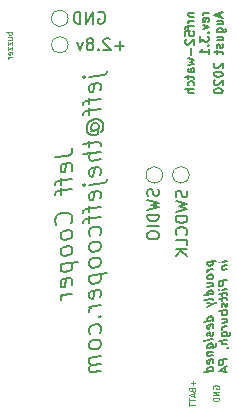
<source format=gbr>
%TF.GenerationSoftware,KiCad,Pcbnew,(5.99.0-2309-gaf729d578)*%
%TF.CreationDate,2020-08-23T06:16:54-04:00*%
%TF.ProjectId,mk2,6d6b322e-6b69-4636-9164-5f7063625858,rev?*%
%TF.SameCoordinates,Original*%
%TF.FileFunction,Legend,Bot*%
%TF.FilePolarity,Positive*%
%FSLAX46Y46*%
G04 Gerber Fmt 4.6, Leading zero omitted, Abs format (unit mm)*
G04 Created by KiCad (PCBNEW (5.99.0-2309-gaf729d578)) date 2020-08-23 06:16:54*
%MOMM*%
%LPD*%
G01*
G04 APERTURE LIST*
%ADD10C,0.125000*%
%ADD11C,0.187500*%
%ADD12C,0.150000*%
%ADD13C,0.200000*%
%ADD14C,0.120000*%
G04 APERTURE END LIST*
D10*
X33250000Y-45119047D02*
X33226190Y-45071428D01*
X33226190Y-45000000D01*
X33250000Y-44928571D01*
X33297619Y-44880952D01*
X33345238Y-44857142D01*
X33440476Y-44833333D01*
X33511904Y-44833333D01*
X33607142Y-44857142D01*
X33654761Y-44880952D01*
X33702380Y-44928571D01*
X33726190Y-45000000D01*
X33726190Y-45047619D01*
X33702380Y-45119047D01*
X33678571Y-45142857D01*
X33511904Y-45142857D01*
X33511904Y-45047619D01*
X33726190Y-45357142D02*
X33226190Y-45357142D01*
X33726190Y-45642857D01*
X33226190Y-45642857D01*
X33726190Y-45880952D02*
X33226190Y-45880952D01*
X33226190Y-46000000D01*
X33250000Y-46071428D01*
X33297619Y-46119047D01*
X33345238Y-46142857D01*
X33440476Y-46166666D01*
X33511904Y-46166666D01*
X33607142Y-46142857D01*
X33654761Y-46119047D01*
X33702380Y-46071428D01*
X33726190Y-46000000D01*
X33726190Y-45880952D01*
X31535714Y-44464285D02*
X31535714Y-44845238D01*
X31726190Y-44654761D02*
X31345238Y-44654761D01*
X31464285Y-45250000D02*
X31488095Y-45321428D01*
X31511904Y-45345238D01*
X31559523Y-45369047D01*
X31630952Y-45369047D01*
X31678571Y-45345238D01*
X31702380Y-45321428D01*
X31726190Y-45273809D01*
X31726190Y-45083333D01*
X31226190Y-45083333D01*
X31226190Y-45250000D01*
X31250000Y-45297619D01*
X31273809Y-45321428D01*
X31321428Y-45345238D01*
X31369047Y-45345238D01*
X31416666Y-45321428D01*
X31440476Y-45297619D01*
X31464285Y-45250000D01*
X31464285Y-45083333D01*
X31583333Y-45559523D02*
X31583333Y-45797619D01*
X31726190Y-45511904D02*
X31226190Y-45678571D01*
X31726190Y-45845238D01*
X31226190Y-45940476D02*
X31226190Y-46226190D01*
X31726190Y-46083333D02*
X31226190Y-46083333D01*
X31226190Y-46321428D02*
X31226190Y-46607142D01*
X31726190Y-46464285D02*
X31226190Y-46464285D01*
X16226190Y-14892857D02*
X15726190Y-14892857D01*
X15916666Y-14892857D02*
X15892857Y-14940476D01*
X15892857Y-15035714D01*
X15916666Y-15083333D01*
X15940476Y-15107142D01*
X15988095Y-15130952D01*
X16130952Y-15130952D01*
X16178571Y-15107142D01*
X16202380Y-15083333D01*
X16226190Y-15035714D01*
X16226190Y-14940476D01*
X16202380Y-14892857D01*
X15892857Y-15559523D02*
X16226190Y-15559523D01*
X15892857Y-15345238D02*
X16154761Y-15345238D01*
X16202380Y-15369047D01*
X16226190Y-15416666D01*
X16226190Y-15488095D01*
X16202380Y-15535714D01*
X16178571Y-15559523D01*
X15892857Y-15750000D02*
X15892857Y-16011904D01*
X16226190Y-15750000D01*
X16226190Y-16011904D01*
X15892857Y-16154761D02*
X15892857Y-16416666D01*
X16226190Y-16154761D01*
X16226190Y-16416666D01*
X16202380Y-16797619D02*
X16226190Y-16750000D01*
X16226190Y-16654761D01*
X16202380Y-16607142D01*
X16154761Y-16583333D01*
X15964285Y-16583333D01*
X15916666Y-16607142D01*
X15892857Y-16654761D01*
X15892857Y-16750000D01*
X15916666Y-16797619D01*
X15964285Y-16821428D01*
X16011904Y-16821428D01*
X16059523Y-16583333D01*
X16226190Y-17035714D02*
X15892857Y-17035714D01*
X15988095Y-17035714D02*
X15940476Y-17059523D01*
X15916666Y-17083333D01*
X15892857Y-17130952D01*
X15892857Y-17178571D01*
D11*
X32735535Y-34367410D02*
X33485535Y-34273660D01*
X32771250Y-34362946D02*
X32735535Y-34438839D01*
X32735535Y-34581696D01*
X32771250Y-34648660D01*
X32806964Y-34679910D01*
X32878392Y-34706696D01*
X33092678Y-34679910D01*
X33164107Y-34635267D01*
X33199821Y-34595089D01*
X33235535Y-34519196D01*
X33235535Y-34376339D01*
X33199821Y-34309375D01*
X33235535Y-34983482D02*
X32735535Y-35045982D01*
X32878392Y-35028125D02*
X32806964Y-35072767D01*
X32771250Y-35112946D01*
X32735535Y-35188839D01*
X32735535Y-35260267D01*
X33235535Y-35554910D02*
X33199821Y-35487946D01*
X33164107Y-35456696D01*
X33092678Y-35429910D01*
X32878392Y-35456696D01*
X32806964Y-35501339D01*
X32771250Y-35541517D01*
X32735535Y-35617410D01*
X32735535Y-35724553D01*
X32771250Y-35791517D01*
X32806964Y-35822767D01*
X32878392Y-35849553D01*
X33092678Y-35822767D01*
X33164107Y-35778125D01*
X33199821Y-35737946D01*
X33235535Y-35662053D01*
X33235535Y-35554910D01*
X32735535Y-36510267D02*
X33235535Y-36447767D01*
X32735535Y-36188839D02*
X33128392Y-36139732D01*
X33199821Y-36166517D01*
X33235535Y-36233482D01*
X33235535Y-36340625D01*
X33199821Y-36416517D01*
X33164107Y-36456696D01*
X33235535Y-37126339D02*
X32485535Y-37220089D01*
X33199821Y-37130803D02*
X33235535Y-37054910D01*
X33235535Y-36912053D01*
X33199821Y-36845089D01*
X33164107Y-36813839D01*
X33092678Y-36787053D01*
X32878392Y-36813839D01*
X32806964Y-36858482D01*
X32771250Y-36898660D01*
X32735535Y-36974553D01*
X32735535Y-37117410D01*
X32771250Y-37184375D01*
X33235535Y-37590625D02*
X33199821Y-37523660D01*
X33128392Y-37496875D01*
X32485535Y-37577232D01*
X32735535Y-37867410D02*
X33235535Y-37983482D01*
X32735535Y-38224553D02*
X33235535Y-37983482D01*
X33414107Y-37889732D01*
X33449821Y-37849553D01*
X33485535Y-37773660D01*
X33235535Y-39340625D02*
X32485535Y-39434375D01*
X33199821Y-39345089D02*
X33235535Y-39269196D01*
X33235535Y-39126339D01*
X33199821Y-39059375D01*
X33164107Y-39028125D01*
X33092678Y-39001339D01*
X32878392Y-39028125D01*
X32806964Y-39072767D01*
X32771250Y-39112946D01*
X32735535Y-39188839D01*
X32735535Y-39331696D01*
X32771250Y-39398660D01*
X33199821Y-39987946D02*
X33235535Y-39912053D01*
X33235535Y-39769196D01*
X33199821Y-39702232D01*
X33128392Y-39675446D01*
X32842678Y-39711160D01*
X32771250Y-39755803D01*
X32735535Y-39831696D01*
X32735535Y-39974553D01*
X32771250Y-40041517D01*
X32842678Y-40068303D01*
X32914107Y-40059375D01*
X32985535Y-39693303D01*
X33199821Y-40309375D02*
X33235535Y-40376339D01*
X33235535Y-40519196D01*
X33199821Y-40595089D01*
X33128392Y-40639732D01*
X33092678Y-40644196D01*
X33021250Y-40617410D01*
X32985535Y-40550446D01*
X32985535Y-40443303D01*
X32949821Y-40376339D01*
X32878392Y-40349553D01*
X32842678Y-40354017D01*
X32771250Y-40398660D01*
X32735535Y-40474553D01*
X32735535Y-40581696D01*
X32771250Y-40648660D01*
X33235535Y-40947767D02*
X32735535Y-41010267D01*
X32485535Y-41041517D02*
X32521250Y-41001339D01*
X32556964Y-41032589D01*
X32521250Y-41072767D01*
X32485535Y-41041517D01*
X32556964Y-41032589D01*
X32735535Y-41688839D02*
X33342678Y-41612946D01*
X33414107Y-41568303D01*
X33449821Y-41528125D01*
X33485535Y-41452232D01*
X33485535Y-41345089D01*
X33449821Y-41278125D01*
X33199821Y-41630803D02*
X33235535Y-41554910D01*
X33235535Y-41412053D01*
X33199821Y-41345089D01*
X33164107Y-41313839D01*
X33092678Y-41287053D01*
X32878392Y-41313839D01*
X32806964Y-41358482D01*
X32771250Y-41398660D01*
X32735535Y-41474553D01*
X32735535Y-41617410D01*
X32771250Y-41684375D01*
X32735535Y-42045982D02*
X33235535Y-41983482D01*
X32806964Y-42037053D02*
X32771250Y-42077232D01*
X32735535Y-42153125D01*
X32735535Y-42260267D01*
X32771250Y-42327232D01*
X32842678Y-42354017D01*
X33235535Y-42304910D01*
X33199821Y-42952232D02*
X33235535Y-42876339D01*
X33235535Y-42733482D01*
X33199821Y-42666517D01*
X33128392Y-42639732D01*
X32842678Y-42675446D01*
X32771250Y-42720089D01*
X32735535Y-42795982D01*
X32735535Y-42938839D01*
X32771250Y-43005803D01*
X32842678Y-43032589D01*
X32914107Y-43023660D01*
X32985535Y-42657589D01*
X33235535Y-43626339D02*
X32485535Y-43720089D01*
X33199821Y-43630803D02*
X33235535Y-43554910D01*
X33235535Y-43412053D01*
X33199821Y-43345089D01*
X33164107Y-43313839D01*
X33092678Y-43287053D01*
X32878392Y-43313839D01*
X32806964Y-43358482D01*
X32771250Y-43398660D01*
X32735535Y-43474553D01*
X32735535Y-43617410D01*
X32771250Y-43684375D01*
X34443035Y-34304910D02*
X33943035Y-34367410D01*
X33693035Y-34398660D02*
X33728750Y-34358482D01*
X33764464Y-34389732D01*
X33728750Y-34429910D01*
X33693035Y-34398660D01*
X33764464Y-34389732D01*
X33943035Y-34724553D02*
X34443035Y-34662053D01*
X34014464Y-34715625D02*
X33978750Y-34755803D01*
X33943035Y-34831696D01*
X33943035Y-34938839D01*
X33978750Y-35005803D01*
X34050178Y-35032589D01*
X34443035Y-34983482D01*
X34443035Y-35912053D02*
X33693035Y-36005803D01*
X33693035Y-36291517D01*
X33728750Y-36358482D01*
X33764464Y-36389732D01*
X33835892Y-36416517D01*
X33943035Y-36403125D01*
X34014464Y-36358482D01*
X34050178Y-36318303D01*
X34085892Y-36242410D01*
X34085892Y-35956696D01*
X34443035Y-36662053D02*
X33943035Y-36724553D01*
X33693035Y-36755803D02*
X33728750Y-36715625D01*
X33764464Y-36746875D01*
X33728750Y-36787053D01*
X33693035Y-36755803D01*
X33764464Y-36746875D01*
X33943035Y-36974553D02*
X33943035Y-37260267D01*
X33693035Y-37112946D02*
X34335892Y-37032589D01*
X34407321Y-37059375D01*
X34443035Y-37126339D01*
X34443035Y-37197767D01*
X33943035Y-37403125D02*
X33943035Y-37688839D01*
X33693035Y-37541517D02*
X34335892Y-37461160D01*
X34407321Y-37487946D01*
X34443035Y-37554910D01*
X34443035Y-37626339D01*
X34407321Y-37845089D02*
X34443035Y-37912053D01*
X34443035Y-38054910D01*
X34407321Y-38130803D01*
X34335892Y-38175446D01*
X34300178Y-38179910D01*
X34228750Y-38153125D01*
X34193035Y-38086160D01*
X34193035Y-37979017D01*
X34157321Y-37912053D01*
X34085892Y-37885267D01*
X34050178Y-37889732D01*
X33978750Y-37934375D01*
X33943035Y-38010267D01*
X33943035Y-38117410D01*
X33978750Y-38184375D01*
X34443035Y-38483482D02*
X33693035Y-38577232D01*
X33978750Y-38541517D02*
X33943035Y-38617410D01*
X33943035Y-38760267D01*
X33978750Y-38827232D01*
X34014464Y-38858482D01*
X34085892Y-38885267D01*
X34300178Y-38858482D01*
X34371607Y-38813839D01*
X34407321Y-38773660D01*
X34443035Y-38697767D01*
X34443035Y-38554910D01*
X34407321Y-38487946D01*
X33943035Y-39545982D02*
X34443035Y-39483482D01*
X33943035Y-39224553D02*
X34335892Y-39175446D01*
X34407321Y-39202232D01*
X34443035Y-39269196D01*
X34443035Y-39376339D01*
X34407321Y-39452232D01*
X34371607Y-39492410D01*
X34443035Y-39840625D02*
X33943035Y-39903125D01*
X34085892Y-39885267D02*
X34014464Y-39929910D01*
X33978750Y-39970089D01*
X33943035Y-40045982D01*
X33943035Y-40117410D01*
X33943035Y-40688839D02*
X34550178Y-40612946D01*
X34621607Y-40568303D01*
X34657321Y-40528125D01*
X34693035Y-40452232D01*
X34693035Y-40345089D01*
X34657321Y-40278125D01*
X34407321Y-40630803D02*
X34443035Y-40554910D01*
X34443035Y-40412053D01*
X34407321Y-40345089D01*
X34371607Y-40313839D01*
X34300178Y-40287053D01*
X34085892Y-40313839D01*
X34014464Y-40358482D01*
X33978750Y-40398660D01*
X33943035Y-40474553D01*
X33943035Y-40617410D01*
X33978750Y-40684375D01*
X34443035Y-40983482D02*
X33693035Y-41077232D01*
X34443035Y-41304910D02*
X34050178Y-41354017D01*
X33978750Y-41327232D01*
X33943035Y-41260267D01*
X33943035Y-41153125D01*
X33978750Y-41077232D01*
X34014464Y-41037053D01*
X34407321Y-41702232D02*
X34443035Y-41697767D01*
X34514464Y-41653125D01*
X34550178Y-41612946D01*
X34443035Y-42590625D02*
X33693035Y-42684375D01*
X33693035Y-42970089D01*
X33728750Y-43037053D01*
X33764464Y-43068303D01*
X33835892Y-43095089D01*
X33943035Y-43081696D01*
X34014464Y-43037053D01*
X34050178Y-42996875D01*
X34085892Y-42920982D01*
X34085892Y-42635267D01*
X34228750Y-43331696D02*
X34228750Y-43688839D01*
X34443035Y-43233482D02*
X33693035Y-43577232D01*
X34443035Y-43733482D01*
D12*
X28598761Y-28233952D02*
X28646380Y-28376809D01*
X28646380Y-28614904D01*
X28598761Y-28710142D01*
X28551142Y-28757761D01*
X28455904Y-28805380D01*
X28360666Y-28805380D01*
X28265428Y-28757761D01*
X28217809Y-28710142D01*
X28170190Y-28614904D01*
X28122571Y-28424428D01*
X28074952Y-28329190D01*
X28027333Y-28281571D01*
X27932095Y-28233952D01*
X27836857Y-28233952D01*
X27741619Y-28281571D01*
X27694000Y-28329190D01*
X27646380Y-28424428D01*
X27646380Y-28662523D01*
X27694000Y-28805380D01*
X27646380Y-29138714D02*
X28646380Y-29376809D01*
X27932095Y-29567285D01*
X28646380Y-29757761D01*
X27646380Y-29995857D01*
X28646380Y-30376809D02*
X27646380Y-30376809D01*
X27646380Y-30614904D01*
X27694000Y-30757761D01*
X27789238Y-30853000D01*
X27884476Y-30900619D01*
X28074952Y-30948238D01*
X28217809Y-30948238D01*
X28408285Y-30900619D01*
X28503523Y-30853000D01*
X28598761Y-30757761D01*
X28646380Y-30614904D01*
X28646380Y-30376809D01*
X28646380Y-31376809D02*
X27646380Y-31376809D01*
X27646380Y-32043476D02*
X27646380Y-32233952D01*
X27694000Y-32329190D01*
X27789238Y-32424428D01*
X27979714Y-32472047D01*
X28313047Y-32472047D01*
X28503523Y-32424428D01*
X28598761Y-32329190D01*
X28646380Y-32233952D01*
X28646380Y-32043476D01*
X28598761Y-31948238D01*
X28503523Y-31853000D01*
X28313047Y-31805380D01*
X27979714Y-31805380D01*
X27789238Y-31853000D01*
X27694000Y-31948238D01*
X27646380Y-32043476D01*
X31011761Y-28353095D02*
X31059380Y-28495952D01*
X31059380Y-28734047D01*
X31011761Y-28829285D01*
X30964142Y-28876904D01*
X30868904Y-28924523D01*
X30773666Y-28924523D01*
X30678428Y-28876904D01*
X30630809Y-28829285D01*
X30583190Y-28734047D01*
X30535571Y-28543571D01*
X30487952Y-28448333D01*
X30440333Y-28400714D01*
X30345095Y-28353095D01*
X30249857Y-28353095D01*
X30154619Y-28400714D01*
X30107000Y-28448333D01*
X30059380Y-28543571D01*
X30059380Y-28781666D01*
X30107000Y-28924523D01*
X30059380Y-29257857D02*
X31059380Y-29495952D01*
X30345095Y-29686428D01*
X31059380Y-29876904D01*
X30059380Y-30115000D01*
X31059380Y-30495952D02*
X30059380Y-30495952D01*
X30059380Y-30734047D01*
X30107000Y-30876904D01*
X30202238Y-30972142D01*
X30297476Y-31019761D01*
X30487952Y-31067380D01*
X30630809Y-31067380D01*
X30821285Y-31019761D01*
X30916523Y-30972142D01*
X31011761Y-30876904D01*
X31059380Y-30734047D01*
X31059380Y-30495952D01*
X30964142Y-32067380D02*
X31011761Y-32019761D01*
X31059380Y-31876904D01*
X31059380Y-31781666D01*
X31011761Y-31638809D01*
X30916523Y-31543571D01*
X30821285Y-31495952D01*
X30630809Y-31448333D01*
X30487952Y-31448333D01*
X30297476Y-31495952D01*
X30202238Y-31543571D01*
X30107000Y-31638809D01*
X30059380Y-31781666D01*
X30059380Y-31876904D01*
X30107000Y-32019761D01*
X30154619Y-32067380D01*
X31059380Y-32972142D02*
X31059380Y-32495952D01*
X30059380Y-32495952D01*
X31059380Y-33305476D02*
X30059380Y-33305476D01*
X31059380Y-33876904D02*
X30487952Y-33448333D01*
X30059380Y-33876904D02*
X30630809Y-33305476D01*
X23511904Y-13250000D02*
X23607142Y-13202380D01*
X23750000Y-13202380D01*
X23892857Y-13250000D01*
X23988095Y-13345238D01*
X24035714Y-13440476D01*
X24083333Y-13630952D01*
X24083333Y-13773809D01*
X24035714Y-13964285D01*
X23988095Y-14059523D01*
X23892857Y-14154761D01*
X23750000Y-14202380D01*
X23654761Y-14202380D01*
X23511904Y-14154761D01*
X23464285Y-14107142D01*
X23464285Y-13773809D01*
X23654761Y-13773809D01*
X23035714Y-14202380D02*
X23035714Y-13202380D01*
X22464285Y-14202380D01*
X22464285Y-13202380D01*
X21988095Y-14202380D02*
X21988095Y-13202380D01*
X21750000Y-13202380D01*
X21607142Y-13250000D01*
X21511904Y-13345238D01*
X21464285Y-13440476D01*
X21416666Y-13630952D01*
X21416666Y-13773809D01*
X21464285Y-13964285D01*
X21511904Y-14059523D01*
X21607142Y-14154761D01*
X21750000Y-14202380D01*
X21988095Y-14202380D01*
X25702380Y-16071428D02*
X24940476Y-16071428D01*
X25321428Y-16452380D02*
X25321428Y-15690476D01*
X24511904Y-15547619D02*
X24464285Y-15500000D01*
X24369047Y-15452380D01*
X24130952Y-15452380D01*
X24035714Y-15500000D01*
X23988095Y-15547619D01*
X23940476Y-15642857D01*
X23940476Y-15738095D01*
X23988095Y-15880952D01*
X24559523Y-16452380D01*
X23940476Y-16452380D01*
X23511904Y-16357142D02*
X23464285Y-16404761D01*
X23511904Y-16452380D01*
X23559523Y-16404761D01*
X23511904Y-16357142D01*
X23511904Y-16452380D01*
X22892857Y-15880952D02*
X22988095Y-15833333D01*
X23035714Y-15785714D01*
X23083333Y-15690476D01*
X23083333Y-15642857D01*
X23035714Y-15547619D01*
X22988095Y-15500000D01*
X22892857Y-15452380D01*
X22702380Y-15452380D01*
X22607142Y-15500000D01*
X22559523Y-15547619D01*
X22511904Y-15642857D01*
X22511904Y-15690476D01*
X22559523Y-15785714D01*
X22607142Y-15833333D01*
X22702380Y-15880952D01*
X22892857Y-15880952D01*
X22988095Y-15928571D01*
X23035714Y-15976190D01*
X23083333Y-16071428D01*
X23083333Y-16261904D01*
X23035714Y-16357142D01*
X22988095Y-16404761D01*
X22892857Y-16452380D01*
X22702380Y-16452380D01*
X22607142Y-16404761D01*
X22559523Y-16357142D01*
X22511904Y-16261904D01*
X22511904Y-16071428D01*
X22559523Y-15976190D01*
X22607142Y-15928571D01*
X22702380Y-15880952D01*
X22178571Y-15785714D02*
X21940476Y-16452380D01*
X21702380Y-15785714D01*
D11*
X31131785Y-13300446D02*
X31631785Y-13300446D01*
X31203214Y-13300446D02*
X31167500Y-13336160D01*
X31131785Y-13407589D01*
X31131785Y-13514732D01*
X31167500Y-13586160D01*
X31238928Y-13621875D01*
X31631785Y-13621875D01*
X31631785Y-13979017D02*
X31131785Y-13979017D01*
X31274642Y-13979017D02*
X31203214Y-14014732D01*
X31167500Y-14050446D01*
X31131785Y-14121875D01*
X31131785Y-14193303D01*
X31131785Y-14336160D02*
X31131785Y-14621875D01*
X31631785Y-14443303D02*
X30988928Y-14443303D01*
X30917500Y-14479017D01*
X30881785Y-14550446D01*
X30881785Y-14621875D01*
X30881785Y-15229017D02*
X30881785Y-14871875D01*
X31238928Y-14836160D01*
X31203214Y-14871875D01*
X31167500Y-14943303D01*
X31167500Y-15121875D01*
X31203214Y-15193303D01*
X31238928Y-15229017D01*
X31310357Y-15264732D01*
X31488928Y-15264732D01*
X31560357Y-15229017D01*
X31596071Y-15193303D01*
X31631785Y-15121875D01*
X31631785Y-14943303D01*
X31596071Y-14871875D01*
X31560357Y-14836160D01*
X30953214Y-15550446D02*
X30917500Y-15586160D01*
X30881785Y-15657589D01*
X30881785Y-15836160D01*
X30917500Y-15907589D01*
X30953214Y-15943303D01*
X31024642Y-15979017D01*
X31096071Y-15979017D01*
X31203214Y-15943303D01*
X31631785Y-15514732D01*
X31631785Y-15979017D01*
X31346071Y-16300446D02*
X31346071Y-16871875D01*
X31131785Y-17157589D02*
X31631785Y-17300446D01*
X31274642Y-17443303D01*
X31631785Y-17586160D01*
X31131785Y-17729017D01*
X31631785Y-18336160D02*
X31238928Y-18336160D01*
X31167500Y-18300446D01*
X31131785Y-18229017D01*
X31131785Y-18086160D01*
X31167500Y-18014732D01*
X31596071Y-18336160D02*
X31631785Y-18264732D01*
X31631785Y-18086160D01*
X31596071Y-18014732D01*
X31524642Y-17979017D01*
X31453214Y-17979017D01*
X31381785Y-18014732D01*
X31346071Y-18086160D01*
X31346071Y-18264732D01*
X31310357Y-18336160D01*
X31131785Y-18586160D02*
X31131785Y-18871875D01*
X30881785Y-18693303D02*
X31524642Y-18693303D01*
X31596071Y-18729017D01*
X31631785Y-18800446D01*
X31631785Y-18871875D01*
X31596071Y-19443303D02*
X31631785Y-19371875D01*
X31631785Y-19229017D01*
X31596071Y-19157589D01*
X31560357Y-19121875D01*
X31488928Y-19086160D01*
X31274642Y-19086160D01*
X31203214Y-19121875D01*
X31167500Y-19157589D01*
X31131785Y-19229017D01*
X31131785Y-19371875D01*
X31167500Y-19443303D01*
X31631785Y-19764732D02*
X30881785Y-19764732D01*
X31631785Y-20086160D02*
X31238928Y-20086160D01*
X31167500Y-20050446D01*
X31131785Y-19979017D01*
X31131785Y-19871875D01*
X31167500Y-19800446D01*
X31203214Y-19764732D01*
X32839285Y-13300446D02*
X32339285Y-13300446D01*
X32482142Y-13300446D02*
X32410714Y-13336160D01*
X32375000Y-13371875D01*
X32339285Y-13443303D01*
X32339285Y-13514732D01*
X32803571Y-14050446D02*
X32839285Y-13979017D01*
X32839285Y-13836160D01*
X32803571Y-13764732D01*
X32732142Y-13729017D01*
X32446428Y-13729017D01*
X32375000Y-13764732D01*
X32339285Y-13836160D01*
X32339285Y-13979017D01*
X32375000Y-14050446D01*
X32446428Y-14086160D01*
X32517857Y-14086160D01*
X32589285Y-13729017D01*
X32339285Y-14336160D02*
X32839285Y-14514732D01*
X32339285Y-14693303D01*
X32767857Y-14979017D02*
X32803571Y-15014732D01*
X32839285Y-14979017D01*
X32803571Y-14943303D01*
X32767857Y-14979017D01*
X32839285Y-14979017D01*
X32089285Y-15264732D02*
X32089285Y-15729017D01*
X32375000Y-15479017D01*
X32375000Y-15586160D01*
X32410714Y-15657589D01*
X32446428Y-15693303D01*
X32517857Y-15729017D01*
X32696428Y-15729017D01*
X32767857Y-15693303D01*
X32803571Y-15657589D01*
X32839285Y-15586160D01*
X32839285Y-15371875D01*
X32803571Y-15300446D01*
X32767857Y-15264732D01*
X32767857Y-16050446D02*
X32803571Y-16086160D01*
X32839285Y-16050446D01*
X32803571Y-16014732D01*
X32767857Y-16050446D01*
X32839285Y-16050446D01*
X32839285Y-16800446D02*
X32839285Y-16371875D01*
X32839285Y-16586160D02*
X32089285Y-16586160D01*
X32196428Y-16514732D01*
X32267857Y-16443303D01*
X32303571Y-16371875D01*
X33832500Y-13264732D02*
X33832500Y-13621875D01*
X34046785Y-13193303D02*
X33296785Y-13443303D01*
X34046785Y-13693303D01*
X33546785Y-14264732D02*
X34046785Y-14264732D01*
X33546785Y-13943303D02*
X33939642Y-13943303D01*
X34011071Y-13979017D01*
X34046785Y-14050446D01*
X34046785Y-14157589D01*
X34011071Y-14229017D01*
X33975357Y-14264732D01*
X33546785Y-14943303D02*
X34153928Y-14943303D01*
X34225357Y-14907589D01*
X34261071Y-14871875D01*
X34296785Y-14800446D01*
X34296785Y-14693303D01*
X34261071Y-14621875D01*
X34011071Y-14943303D02*
X34046785Y-14871875D01*
X34046785Y-14729017D01*
X34011071Y-14657589D01*
X33975357Y-14621875D01*
X33903928Y-14586160D01*
X33689642Y-14586160D01*
X33618214Y-14621875D01*
X33582500Y-14657589D01*
X33546785Y-14729017D01*
X33546785Y-14871875D01*
X33582500Y-14943303D01*
X33546785Y-15621875D02*
X34046785Y-15621875D01*
X33546785Y-15300446D02*
X33939642Y-15300446D01*
X34011071Y-15336160D01*
X34046785Y-15407589D01*
X34046785Y-15514732D01*
X34011071Y-15586160D01*
X33975357Y-15621875D01*
X34011071Y-15943303D02*
X34046785Y-16014732D01*
X34046785Y-16157589D01*
X34011071Y-16229017D01*
X33939642Y-16264732D01*
X33903928Y-16264732D01*
X33832500Y-16229017D01*
X33796785Y-16157589D01*
X33796785Y-16050446D01*
X33761071Y-15979017D01*
X33689642Y-15943303D01*
X33653928Y-15943303D01*
X33582500Y-15979017D01*
X33546785Y-16050446D01*
X33546785Y-16157589D01*
X33582500Y-16229017D01*
X33546785Y-16479017D02*
X33546785Y-16764732D01*
X33296785Y-16586160D02*
X33939642Y-16586160D01*
X34011071Y-16621874D01*
X34046785Y-16693303D01*
X34046785Y-16764732D01*
X33368214Y-17550446D02*
X33332500Y-17586160D01*
X33296785Y-17657589D01*
X33296785Y-17836160D01*
X33332500Y-17907589D01*
X33368214Y-17943303D01*
X33439642Y-17979017D01*
X33511071Y-17979017D01*
X33618214Y-17943303D01*
X34046785Y-17514732D01*
X34046785Y-17979017D01*
X33296785Y-18443303D02*
X33296785Y-18514732D01*
X33332500Y-18586160D01*
X33368214Y-18621874D01*
X33439642Y-18657589D01*
X33582500Y-18693303D01*
X33761071Y-18693303D01*
X33903928Y-18657589D01*
X33975357Y-18621874D01*
X34011071Y-18586160D01*
X34046785Y-18514732D01*
X34046785Y-18443303D01*
X34011071Y-18371874D01*
X33975357Y-18336160D01*
X33903928Y-18300446D01*
X33761071Y-18264732D01*
X33582500Y-18264732D01*
X33439642Y-18300446D01*
X33368214Y-18336160D01*
X33332500Y-18371874D01*
X33296785Y-18443303D01*
X33368214Y-18979017D02*
X33332500Y-19014732D01*
X33296785Y-19086160D01*
X33296785Y-19264732D01*
X33332500Y-19336160D01*
X33368214Y-19371874D01*
X33439642Y-19407589D01*
X33511071Y-19407589D01*
X33618214Y-19371874D01*
X34046785Y-18943303D01*
X34046785Y-19407589D01*
X33296785Y-19871874D02*
X33296785Y-19943303D01*
X33332500Y-20014732D01*
X33368214Y-20050446D01*
X33439642Y-20086160D01*
X33582500Y-20121874D01*
X33761071Y-20121874D01*
X33903928Y-20086160D01*
X33975357Y-20050446D01*
X34011071Y-20014732D01*
X34046785Y-19943303D01*
X34046785Y-19871874D01*
X34011071Y-19800446D01*
X33975357Y-19764732D01*
X33903928Y-19729017D01*
X33761071Y-19693303D01*
X33582500Y-19693303D01*
X33439642Y-19729017D01*
X33368214Y-19764732D01*
X33332500Y-19800446D01*
X33296785Y-19871874D01*
D13*
X19815071Y-25537491D02*
X20886500Y-25403562D01*
X21100785Y-25305348D01*
X21243642Y-25144633D01*
X21315071Y-24921419D01*
X21315071Y-24778562D01*
X21243642Y-26644633D02*
X21315071Y-26492848D01*
X21315071Y-26207133D01*
X21243642Y-26073205D01*
X21100785Y-26019633D01*
X20529357Y-26091062D01*
X20386500Y-26180348D01*
X20315071Y-26332133D01*
X20315071Y-26617848D01*
X20386500Y-26751776D01*
X20529357Y-26805348D01*
X20672214Y-26787491D01*
X20815071Y-26055348D01*
X20315071Y-27260705D02*
X20315071Y-27832133D01*
X21315071Y-27349991D02*
X20029357Y-27510705D01*
X19886500Y-27599991D01*
X19815071Y-27751776D01*
X19815071Y-27894633D01*
X20315071Y-28117848D02*
X20315071Y-28689276D01*
X21315071Y-28207133D02*
X20029357Y-28367848D01*
X19886500Y-28457133D01*
X19815071Y-28608919D01*
X19815071Y-28751776D01*
X21172214Y-31082133D02*
X21243642Y-31001776D01*
X21315071Y-30778562D01*
X21315071Y-30635705D01*
X21243642Y-30430348D01*
X21100785Y-30305348D01*
X20957928Y-30251776D01*
X20672214Y-30216062D01*
X20457928Y-30242848D01*
X20172214Y-30349991D01*
X20029357Y-30439276D01*
X19886500Y-30599991D01*
X19815071Y-30823205D01*
X19815071Y-30966062D01*
X19886500Y-31171419D01*
X19957928Y-31233919D01*
X21315071Y-31921419D02*
X21243642Y-31787491D01*
X21172214Y-31724991D01*
X21029357Y-31671419D01*
X20600785Y-31724991D01*
X20457928Y-31814276D01*
X20386500Y-31894633D01*
X20315071Y-32046419D01*
X20315071Y-32260705D01*
X20386500Y-32394633D01*
X20457928Y-32457133D01*
X20600785Y-32510705D01*
X21029357Y-32457133D01*
X21172214Y-32367848D01*
X21243642Y-32287491D01*
X21315071Y-32135705D01*
X21315071Y-31921419D01*
X21315071Y-33278562D02*
X21243642Y-33144633D01*
X21172214Y-33082133D01*
X21029357Y-33028562D01*
X20600785Y-33082133D01*
X20457928Y-33171419D01*
X20386500Y-33251776D01*
X20315071Y-33403562D01*
X20315071Y-33617848D01*
X20386500Y-33751776D01*
X20457928Y-33814276D01*
X20600785Y-33867848D01*
X21029357Y-33814276D01*
X21172214Y-33724991D01*
X21243642Y-33644633D01*
X21315071Y-33492848D01*
X21315071Y-33278562D01*
X20315071Y-34546419D02*
X21815071Y-34358919D01*
X20386500Y-34537491D02*
X20315071Y-34689276D01*
X20315071Y-34974991D01*
X20386500Y-35108919D01*
X20457928Y-35171419D01*
X20600785Y-35224991D01*
X21029357Y-35171419D01*
X21172214Y-35082133D01*
X21243642Y-35001776D01*
X21315071Y-34849991D01*
X21315071Y-34564276D01*
X21243642Y-34430348D01*
X21243642Y-36358919D02*
X21315071Y-36207133D01*
X21315071Y-35921419D01*
X21243642Y-35787491D01*
X21100785Y-35733919D01*
X20529357Y-35805348D01*
X20386500Y-35894633D01*
X20315071Y-36046419D01*
X20315071Y-36332133D01*
X20386500Y-36466062D01*
X20529357Y-36519633D01*
X20672214Y-36501776D01*
X20815071Y-35769633D01*
X21315071Y-37064276D02*
X20315071Y-37189276D01*
X20600785Y-37153562D02*
X20457928Y-37242848D01*
X20386500Y-37323205D01*
X20315071Y-37474991D01*
X20315071Y-37617848D01*
X22730071Y-18689276D02*
X24015785Y-18528562D01*
X24158642Y-18439276D01*
X24230071Y-18287491D01*
X24230071Y-18216062D01*
X22230071Y-18751776D02*
X22301500Y-18671419D01*
X22372928Y-18733919D01*
X22301500Y-18814276D01*
X22230071Y-18751776D01*
X22372928Y-18733919D01*
X23658642Y-19858919D02*
X23730071Y-19707133D01*
X23730071Y-19421419D01*
X23658642Y-19287491D01*
X23515785Y-19233919D01*
X22944357Y-19305348D01*
X22801500Y-19394633D01*
X22730071Y-19546419D01*
X22730071Y-19832133D01*
X22801500Y-19966062D01*
X22944357Y-20019633D01*
X23087214Y-20001776D01*
X23230071Y-19269633D01*
X22730071Y-20474991D02*
X22730071Y-21046419D01*
X23730071Y-20564276D02*
X22444357Y-20724991D01*
X22301500Y-20814276D01*
X22230071Y-20966062D01*
X22230071Y-21108919D01*
X22730071Y-21332133D02*
X22730071Y-21903562D01*
X23730071Y-21421419D02*
X22444357Y-21582133D01*
X22301500Y-21671419D01*
X22230071Y-21823205D01*
X22230071Y-21966062D01*
X23015785Y-23296419D02*
X22944357Y-23233919D01*
X22872928Y-23099991D01*
X22872928Y-22957133D01*
X22944357Y-22805348D01*
X23015785Y-22724991D01*
X23158642Y-22635705D01*
X23301500Y-22617848D01*
X23444357Y-22671419D01*
X23515785Y-22733919D01*
X23587214Y-22867848D01*
X23587214Y-23010705D01*
X23515785Y-23162491D01*
X23444357Y-23242848D01*
X22872928Y-23314276D02*
X23444357Y-23242848D01*
X23515785Y-23305348D01*
X23515785Y-23376776D01*
X23444357Y-23528562D01*
X23301500Y-23617848D01*
X22944357Y-23662491D01*
X22730071Y-23546419D01*
X22587214Y-23349991D01*
X22515785Y-23073205D01*
X22587214Y-22778562D01*
X22730071Y-22546419D01*
X22944357Y-22376776D01*
X23230071Y-22269633D01*
X23515785Y-22305348D01*
X23730071Y-22421419D01*
X23872928Y-22617848D01*
X23944357Y-22894633D01*
X23872928Y-23189276D01*
X23730071Y-23421419D01*
X22730071Y-24117848D02*
X22730071Y-24689276D01*
X22230071Y-24394633D02*
X23515785Y-24233919D01*
X23658642Y-24287491D01*
X23730071Y-24421419D01*
X23730071Y-24564276D01*
X23730071Y-25064276D02*
X22230071Y-25251776D01*
X23730071Y-25707133D02*
X22944357Y-25805348D01*
X22801500Y-25751776D01*
X22730071Y-25617848D01*
X22730071Y-25403562D01*
X22801500Y-25251776D01*
X22872928Y-25171419D01*
X23658642Y-27001776D02*
X23730071Y-26849991D01*
X23730071Y-26564276D01*
X23658642Y-26430348D01*
X23515785Y-26376776D01*
X22944357Y-26448205D01*
X22801500Y-26537491D01*
X22730071Y-26689276D01*
X22730071Y-26974991D01*
X22801500Y-27108919D01*
X22944357Y-27162491D01*
X23087214Y-27144633D01*
X23230071Y-26412491D01*
X22730071Y-27832133D02*
X24015785Y-27671419D01*
X24158642Y-27582133D01*
X24230071Y-27430348D01*
X24230071Y-27358919D01*
X22230071Y-27894633D02*
X22301500Y-27814276D01*
X22372928Y-27876776D01*
X22301500Y-27957133D01*
X22230071Y-27894633D01*
X22372928Y-27876776D01*
X23658642Y-29001776D02*
X23730071Y-28849991D01*
X23730071Y-28564276D01*
X23658642Y-28430348D01*
X23515785Y-28376776D01*
X22944357Y-28448205D01*
X22801500Y-28537491D01*
X22730071Y-28689276D01*
X22730071Y-28974991D01*
X22801500Y-29108919D01*
X22944357Y-29162491D01*
X23087214Y-29144633D01*
X23230071Y-28412491D01*
X22730071Y-29617848D02*
X22730071Y-30189276D01*
X23730071Y-29707133D02*
X22444357Y-29867848D01*
X22301500Y-29957133D01*
X22230071Y-30108919D01*
X22230071Y-30251776D01*
X22730071Y-30474991D02*
X22730071Y-31046419D01*
X23730071Y-30564276D02*
X22444357Y-30724991D01*
X22301500Y-30814276D01*
X22230071Y-30966062D01*
X22230071Y-31108919D01*
X23658642Y-32073205D02*
X23730071Y-31921419D01*
X23730071Y-31635705D01*
X23658642Y-31501776D01*
X23587214Y-31439276D01*
X23444357Y-31385705D01*
X23015785Y-31439276D01*
X22872928Y-31528562D01*
X22801500Y-31608919D01*
X22730071Y-31760705D01*
X22730071Y-32046419D01*
X22801500Y-32180348D01*
X23730071Y-32921419D02*
X23658642Y-32787491D01*
X23587214Y-32724991D01*
X23444357Y-32671419D01*
X23015785Y-32724991D01*
X22872928Y-32814276D01*
X22801500Y-32894633D01*
X22730071Y-33046419D01*
X22730071Y-33260705D01*
X22801500Y-33394633D01*
X22872928Y-33457133D01*
X23015785Y-33510705D01*
X23444357Y-33457133D01*
X23587214Y-33367848D01*
X23658642Y-33287491D01*
X23730071Y-33135705D01*
X23730071Y-32921419D01*
X23730071Y-34278562D02*
X23658642Y-34144633D01*
X23587214Y-34082133D01*
X23444357Y-34028562D01*
X23015785Y-34082133D01*
X22872928Y-34171419D01*
X22801500Y-34251776D01*
X22730071Y-34403562D01*
X22730071Y-34617848D01*
X22801500Y-34751776D01*
X22872928Y-34814276D01*
X23015785Y-34867848D01*
X23444357Y-34814276D01*
X23587214Y-34724991D01*
X23658642Y-34644633D01*
X23730071Y-34492848D01*
X23730071Y-34278562D01*
X22730071Y-35546419D02*
X24230071Y-35358919D01*
X22801500Y-35537491D02*
X22730071Y-35689276D01*
X22730071Y-35974991D01*
X22801500Y-36108919D01*
X22872928Y-36171419D01*
X23015785Y-36224991D01*
X23444357Y-36171419D01*
X23587214Y-36082133D01*
X23658642Y-36001776D01*
X23730071Y-35849991D01*
X23730071Y-35564276D01*
X23658642Y-35430348D01*
X23658642Y-37358919D02*
X23730071Y-37207133D01*
X23730071Y-36921419D01*
X23658642Y-36787491D01*
X23515785Y-36733919D01*
X22944357Y-36805348D01*
X22801500Y-36894633D01*
X22730071Y-37046419D01*
X22730071Y-37332133D01*
X22801500Y-37466062D01*
X22944357Y-37519633D01*
X23087214Y-37501776D01*
X23230071Y-36769633D01*
X23730071Y-38064276D02*
X22730071Y-38189276D01*
X23015785Y-38153562D02*
X22872928Y-38242848D01*
X22801500Y-38323205D01*
X22730071Y-38474991D01*
X22730071Y-38617848D01*
X23587214Y-39010705D02*
X23658642Y-39073205D01*
X23730071Y-38992848D01*
X23658642Y-38930348D01*
X23587214Y-39010705D01*
X23730071Y-38992848D01*
X23658642Y-40358919D02*
X23730071Y-40207133D01*
X23730071Y-39921419D01*
X23658642Y-39787491D01*
X23587214Y-39724991D01*
X23444357Y-39671419D01*
X23015785Y-39724991D01*
X22872928Y-39814276D01*
X22801500Y-39894633D01*
X22730071Y-40046419D01*
X22730071Y-40332133D01*
X22801500Y-40466062D01*
X23730071Y-41207133D02*
X23658642Y-41073205D01*
X23587214Y-41010705D01*
X23444357Y-40957133D01*
X23015785Y-41010705D01*
X22872928Y-41099991D01*
X22801500Y-41180348D01*
X22730071Y-41332133D01*
X22730071Y-41546419D01*
X22801500Y-41680348D01*
X22872928Y-41742848D01*
X23015785Y-41796419D01*
X23444357Y-41742848D01*
X23587214Y-41653562D01*
X23658642Y-41573205D01*
X23730071Y-41421419D01*
X23730071Y-41207133D01*
X23730071Y-42349991D02*
X22730071Y-42474991D01*
X22872928Y-42457133D02*
X22801500Y-42537491D01*
X22730071Y-42689276D01*
X22730071Y-42903562D01*
X22801500Y-43037491D01*
X22944357Y-43091062D01*
X23730071Y-42992848D01*
X22944357Y-43091062D02*
X22801500Y-43180348D01*
X22730071Y-43332133D01*
X22730071Y-43546419D01*
X22801500Y-43680348D01*
X22944357Y-43733919D01*
X23730071Y-43635705D01*
D14*
%TO.C,TP4*%
X28950000Y-27015000D02*
G75*
G03*
X28950000Y-27015000I-700000J0D01*
G01*
%TO.C,TP3*%
X20950000Y-16000000D02*
G75*
G03*
X20950000Y-16000000I-700000J0D01*
G01*
%TO.C,TP1*%
X20950000Y-13750000D02*
G75*
G03*
X20950000Y-13750000I-700000J0D01*
G01*
%TO.C,TP2*%
X31200000Y-27015000D02*
G75*
G03*
X31200000Y-27015000I-700000J0D01*
G01*
%TD*%
M02*

</source>
